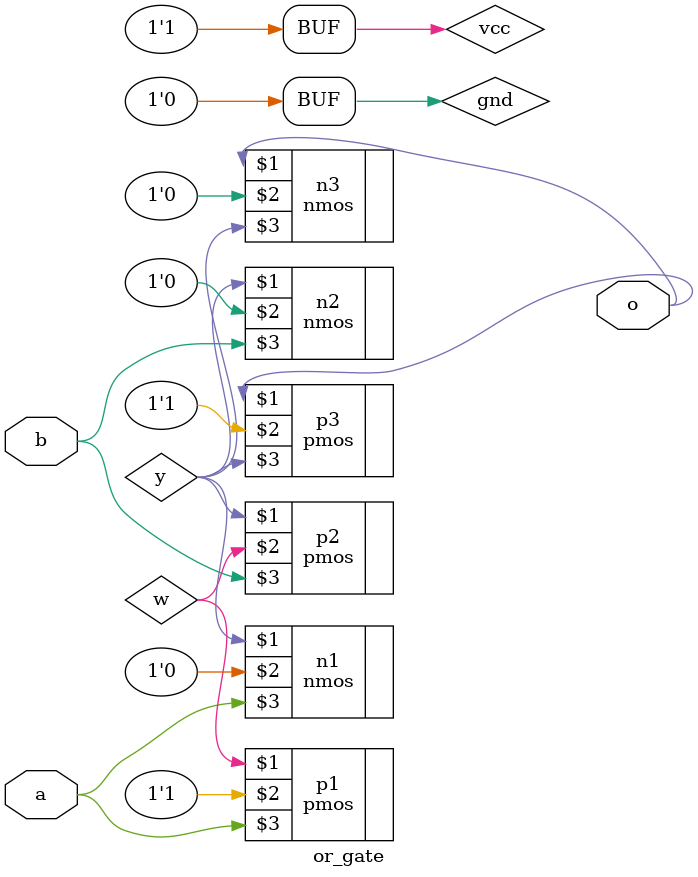
<source format=v>
module or_gate(a,b,o);
input a,b;
output o;
wire w;
supply0 gnd;
supply1 vcc;
pmos p1(w,vcc,a);
pmos p2(y,w,b);
pmos p3(o,vcc,y);
nmos n1(y,gnd,a);
nmos n2(y,gnd,b);
nmos n3(o,gnd,y);
endmodule









</source>
